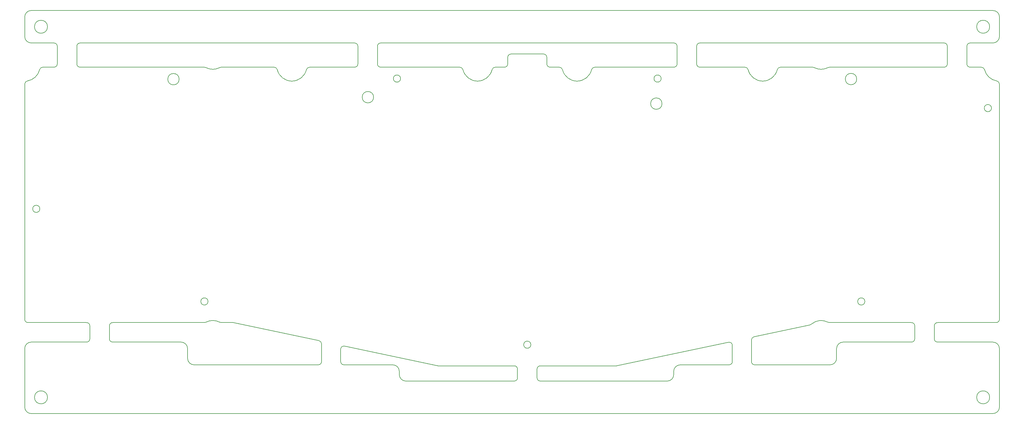
<source format=gbr>
%TF.GenerationSoftware,KiCad,Pcbnew,(6.0.10-0)*%
%TF.CreationDate,2023-02-13T03:51:17+09:00*%
%TF.ProjectId,Vision,56697369-6f6e-42e6-9b69-6361645f7063,rev?*%
%TF.SameCoordinates,Original*%
%TF.FileFunction,Profile,NP*%
%FSLAX46Y46*%
G04 Gerber Fmt 4.6, Leading zero omitted, Abs format (unit mm)*
G04 Created by KiCad (PCBNEW (6.0.10-0)) date 2023-02-13 03:51:17*
%MOMM*%
%LPD*%
G01*
G04 APERTURE LIST*
%TA.AperFunction,Profile*%
%ADD10C,0.200000*%
%TD*%
G04 APERTURE END LIST*
D10*
X190251949Y-86215637D02*
G75*
G03*
X189279812Y-85450000I-972149J-234363D01*
G01*
X230720189Y-85449990D02*
G75*
G03*
X229748041Y-86215634I11J-1000010D01*
G01*
X57715001Y-170040601D02*
G75*
G03*
X55715001Y-172040592I-1J-1999999D01*
G01*
X354957508Y-172040592D02*
G75*
G03*
X352957500Y-170040592I-2000008J-8D01*
G01*
X237437022Y-177340880D02*
X214000000Y-177340880D01*
X82715001Y-170040592D02*
X103715001Y-170040592D01*
X65715001Y-84450000D02*
X65715001Y-78999999D01*
X214000000Y-177340900D02*
G75*
G03*
X213000000Y-178340880I0J-1000000D01*
G01*
X164000001Y-84450000D02*
G75*
G03*
X165000000Y-85449999I999999J0D01*
G01*
X344957500Y-84450000D02*
G75*
G03*
X345957503Y-85450000I1000000J0D01*
G01*
X146054027Y-169603004D02*
X119987742Y-164062444D01*
X279618467Y-168397244D02*
G75*
G03*
X278826387Y-169375424I207933J-978156D01*
G01*
X230720189Y-85450000D02*
X255000000Y-85450000D01*
X256957500Y-177040600D02*
G75*
G03*
X254957500Y-179040592I0J-2000000D01*
G01*
X311139999Y-89095431D02*
G75*
G03*
X311139999Y-89095431I-1749999J0D01*
G01*
X302801243Y-85450020D02*
G75*
G03*
X302329653Y-85568182I-43J-999980D01*
G01*
X353957500Y-164040591D02*
X335957500Y-164040591D01*
X165000000Y-78000000D02*
G75*
G03*
X164000000Y-79000000I0J-1000000D01*
G01*
X81715008Y-169040591D02*
G75*
G03*
X82715001Y-170040592I999992J-9D01*
G01*
X200167874Y-85449975D02*
G75*
G03*
X199195726Y-86215634I26J-1000025D01*
G01*
X205000000Y-81400000D02*
G75*
G03*
X204000000Y-82400000I0J-1000000D01*
G01*
X278826408Y-176040592D02*
G75*
G03*
X279826386Y-177040592I999992J-8D01*
G01*
X277804276Y-86215634D02*
G75*
G03*
X286748042Y-86215634I4471883J1078084D01*
G01*
X298085357Y-85568163D02*
G75*
G03*
X297613758Y-85449999I-471557J-881837D01*
G01*
X107715000Y-177040593D02*
X145846115Y-177040592D01*
X256000000Y-79000000D02*
G75*
G03*
X255000000Y-78000000I-1000000J0D01*
G01*
X57715001Y-170040592D02*
X74715001Y-170040592D01*
X306957500Y-170040592D02*
X327957500Y-170040592D01*
X111984935Y-157540592D02*
G75*
G03*
X111984935Y-157540592I-1100000J0D01*
G01*
X55715001Y-76000000D02*
X55715001Y-70000000D01*
X302801243Y-85450000D02*
X337957501Y-85450000D01*
X351957503Y-73000000D02*
G75*
G03*
X351957503Y-73000000I-2000001J0D01*
G01*
X158000000Y-79000000D02*
G75*
G03*
X157000000Y-78000000I-1000000J0D01*
G01*
X152715008Y-176040592D02*
G75*
G03*
X153715000Y-177040592I999992J-8D01*
G01*
X256957500Y-177040592D02*
X271957500Y-177040592D01*
X278826386Y-169375424D02*
X278826386Y-176040592D01*
X62715001Y-73000000D02*
G75*
G03*
X62715001Y-73000000I-2000000J0D01*
G01*
X200167874Y-85450000D02*
X203000000Y-85450000D01*
X171100000Y-88950001D02*
G75*
G03*
X171100000Y-88950001I-1100000J0D01*
G01*
X57715001Y-68000001D02*
G75*
G03*
X55715001Y-70000000I-1J-1999999D01*
G01*
X354957500Y-172040592D02*
X354957500Y-190040592D01*
X170715008Y-179040592D02*
G75*
G03*
X168715000Y-177040592I-2000008J-8D01*
G01*
X71715000Y-84450000D02*
G75*
G03*
X72715001Y-85450000I1000000J0D01*
G01*
X152715000Y-172253734D02*
X152715000Y-176040592D01*
X115587144Y-163922427D02*
G75*
G03*
X116058743Y-164040592I471556J881827D01*
G01*
X277804250Y-86215640D02*
G75*
G03*
X276832127Y-85450000I-972150J-234360D01*
G01*
X105715000Y-172040592D02*
X105715000Y-175040592D01*
X214000000Y-182040592D02*
X252957500Y-182040592D01*
X354957498Y-90664755D02*
X354957500Y-163040591D01*
X328957509Y-165040591D02*
G75*
G03*
X327957500Y-164040591I-1000009J-9D01*
G01*
X207000000Y-181040592D02*
X207000000Y-178340880D01*
X255000000Y-85450000D02*
G75*
G03*
X256000000Y-84450000I0J1000000D01*
G01*
X254957500Y-180040592D02*
X254957500Y-179040592D01*
X304957501Y-175040592D02*
X304957500Y-172040592D01*
X252957500Y-182040600D02*
G75*
G03*
X254957500Y-180040592I0J2000000D01*
G01*
X287720189Y-85449991D02*
G75*
G03*
X286748042Y-86215634I11J-1000009D01*
G01*
X190251960Y-86215634D02*
G75*
G03*
X199195726Y-86215634I4471883J1078084D01*
G01*
X72715001Y-85450000D02*
X110871258Y-85450000D01*
X162820840Y-94681951D02*
G75*
G03*
X162820840Y-94681951I-1750000J0D01*
G01*
X146846054Y-170581152D02*
G75*
G03*
X146054027Y-169603003I-999954J52D01*
G01*
X334957500Y-165040591D02*
X334957500Y-169040592D01*
X256000000Y-84450000D02*
X256000000Y-79000000D01*
X306957500Y-170040600D02*
G75*
G03*
X304957500Y-172040592I0J-2000000D01*
G01*
X172715000Y-182040592D02*
X206000000Y-182040592D01*
X352507501Y-98037550D02*
G75*
G03*
X352507501Y-98037550I-1100000J0D01*
G01*
X353957500Y-164040600D02*
G75*
G03*
X354957500Y-163040591I0J1000000D01*
G01*
X313637200Y-157540591D02*
G75*
G03*
X313637200Y-157540591I-1100000J0D01*
G01*
X206000001Y-177340880D02*
X182562979Y-177340880D01*
X143167873Y-85450071D02*
G75*
G03*
X142195725Y-86215634I-73J-999929D01*
G01*
X216000000Y-84450000D02*
G75*
G03*
X217000000Y-85450000I1000000J0D01*
G01*
X110871258Y-164040592D02*
X82715001Y-164040592D01*
X298085348Y-85568181D02*
G75*
G03*
X302329653Y-85568181I2122153J3968182D01*
G01*
X157000000Y-78000000D02*
X72715001Y-78000000D01*
X271749589Y-170069860D02*
X237644934Y-177319028D01*
X56554287Y-89677754D02*
G75*
G03*
X60286883Y-86215633I-739287J4540204D01*
G01*
X352957500Y-192040600D02*
G75*
G03*
X354957500Y-190040592I0J2000000D01*
G01*
X111342847Y-85568182D02*
G75*
G03*
X115587153Y-85568182I2122153J3968182D01*
G01*
X216000000Y-82400001D02*
G75*
G03*
X215000000Y-81400000I-1000000J1D01*
G01*
X133251961Y-86215634D02*
G75*
G03*
X142195725Y-86215634I4471882J1078085D01*
G01*
X287720189Y-85450001D02*
X297613758Y-85450000D01*
X55715008Y-190040592D02*
G75*
G03*
X57715001Y-192040592I1999992J-8D01*
G01*
X345957503Y-85450000D02*
X349413469Y-85450000D01*
X146846115Y-176040592D02*
X146846115Y-170581152D01*
X61259033Y-85450000D02*
X64715001Y-85450000D01*
X337957501Y-85450001D02*
G75*
G03*
X338957501Y-84450000I-1J1000001D01*
G01*
X335957500Y-164040600D02*
G75*
G03*
X334957500Y-165040591I0J-1000000D01*
G01*
X143167873Y-85450000D02*
X157000000Y-85450000D01*
X110871258Y-164040573D02*
G75*
G03*
X111342848Y-163922410I42J999973D01*
G01*
X116058743Y-85450000D02*
X132279812Y-85450000D01*
X302957500Y-177040601D02*
G75*
G03*
X304957501Y-175040592I0J2000001D01*
G01*
X302329652Y-163922412D02*
G75*
G03*
X297223386Y-164522350I-2122152J-3968188D01*
G01*
X216000000Y-82400001D02*
X216000000Y-84450000D01*
X74715001Y-170040601D02*
G75*
G03*
X75715001Y-169040592I-1J1000001D01*
G01*
X55715001Y-190040592D02*
X55715001Y-172040592D01*
X56554294Y-89677799D02*
G75*
G03*
X55715001Y-90664755I160706J-987001D01*
G01*
X57715001Y-68000000D02*
X352957501Y-68000000D01*
X251100000Y-88950000D02*
G75*
G03*
X251100000Y-88950000I-1100000J0D01*
G01*
X72715001Y-78000001D02*
G75*
G03*
X71715001Y-79000000I-1J-999999D01*
G01*
X74715001Y-164040592D02*
X56715001Y-164040592D01*
X263000000Y-85450000D02*
X276832127Y-85450000D01*
X81715001Y-165040592D02*
X81715001Y-169040591D01*
X71715001Y-79000000D02*
X71715001Y-84450000D01*
X352957501Y-78000001D02*
G75*
G03*
X354957501Y-75999999I-1J2000001D01*
G01*
X103130002Y-89140593D02*
G75*
G03*
X103130002Y-89140593I-1750000J0D01*
G01*
X237437022Y-177340885D02*
G75*
G03*
X237644934Y-177319028I-22J999985D01*
G01*
X170715000Y-179040592D02*
X170715000Y-180040592D01*
X302329644Y-163922427D02*
G75*
G03*
X302801243Y-164040592I471556J881827D01*
G01*
X170715008Y-180040592D02*
G75*
G03*
X172715000Y-182040592I1999992J-8D01*
G01*
X55715001Y-163040592D02*
X55715001Y-90664755D01*
X133251949Y-86215637D02*
G75*
G03*
X132279812Y-85450000I-972149J-234363D01*
G01*
X220804324Y-86215622D02*
G75*
G03*
X219832127Y-85450000I-972224J-234478D01*
G01*
X111342841Y-85568195D02*
G75*
G03*
X110871258Y-85449999I-471541J-881505D01*
G01*
X205000000Y-81400000D02*
X215000000Y-81400000D01*
X164000000Y-79000000D02*
X164000000Y-84450000D01*
X337957501Y-78000000D02*
X263000000Y-78000000D01*
X115587153Y-163922410D02*
G75*
G03*
X111342847Y-163922410I-2122153J-3968184D01*
G01*
X338957501Y-84450000D02*
X338957501Y-79000000D01*
X352957500Y-192040592D02*
X57715001Y-192040592D01*
X64715001Y-78000000D02*
X57715001Y-78000000D01*
X119779831Y-164040592D02*
X116058743Y-164040592D01*
X153715000Y-177040592D02*
X168715000Y-177040592D01*
X271957500Y-177040600D02*
G75*
G03*
X272957500Y-176040592I0J1000000D01*
G01*
X251369161Y-96661951D02*
G75*
G03*
X251369161Y-96661951I-1750000J0D01*
G01*
X296768163Y-164752009D02*
G75*
G03*
X297223386Y-164522349I-207963J978209D01*
G01*
X55715008Y-163040592D02*
G75*
G03*
X56715001Y-164040592I999992J-8D01*
G01*
X335957500Y-170040592D02*
X352957500Y-170040592D01*
X213000000Y-178340880D02*
X213000000Y-181040593D01*
X354957530Y-90664755D02*
G75*
G03*
X354118214Y-89677754I-999930J55D01*
G01*
X55715000Y-76000000D02*
G75*
G03*
X57715001Y-78000000I2000000J0D01*
G01*
X64715001Y-85450001D02*
G75*
G03*
X65715001Y-84450000I-1J1000001D01*
G01*
X75715008Y-165040592D02*
G75*
G03*
X74715001Y-164040592I-1000008J-8D01*
G01*
X262000000Y-84450000D02*
G75*
G03*
X263000000Y-85450000I1000000J0D01*
G01*
X272957500Y-176040592D02*
X272957500Y-171048007D01*
X350385654Y-86215625D02*
G75*
G03*
X354118215Y-89677755I4471846J1078025D01*
G01*
X350385648Y-86215627D02*
G75*
G03*
X349413469Y-85449999I-972148J-234373D01*
G01*
X182355067Y-177319029D02*
G75*
G03*
X182562979Y-177340880I207933J978429D01*
G01*
X328957500Y-169040592D02*
X328957500Y-165040591D01*
X75715001Y-169040592D02*
X75715001Y-165040592D01*
X211100000Y-170840880D02*
G75*
G03*
X211100000Y-170840880I-1100000J0D01*
G01*
X158000000Y-84450000D02*
X158000000Y-79000000D01*
X272957494Y-171048007D02*
G75*
G03*
X271749588Y-170069859I-999994J7D01*
G01*
X217000000Y-85450000D02*
X219832127Y-85450000D01*
X105715007Y-172040592D02*
G75*
G03*
X103715001Y-170040593I-2000007J-8D01*
G01*
X157000000Y-85450000D02*
G75*
G03*
X158000000Y-84450000I0J1000000D01*
G01*
X65715000Y-78999999D02*
G75*
G03*
X64715001Y-78000000I-1000000J-1D01*
G01*
X296768161Y-164751998D02*
X279618474Y-168397277D01*
X327957500Y-170040600D02*
G75*
G03*
X328957500Y-169040592I0J1000000D01*
G01*
X145846115Y-177040615D02*
G75*
G03*
X146846115Y-176040592I-15J1000015D01*
G01*
X62715001Y-187040592D02*
G75*
G03*
X62715001Y-187040592I-2000000J0D01*
G01*
X354957500Y-70000000D02*
G75*
G03*
X352957501Y-68000000I-2000000J0D01*
G01*
X60365006Y-129037549D02*
G75*
G03*
X60365006Y-129037549I-1100002J0D01*
G01*
X119987743Y-164062438D02*
G75*
G03*
X119779829Y-164040592I-207943J-978762D01*
G01*
X182355067Y-177319027D02*
X153922912Y-171275587D01*
X203000000Y-85450000D02*
G75*
G03*
X204000000Y-84450000I0J1000000D01*
G01*
X116058743Y-85450009D02*
G75*
G03*
X115587153Y-85568183I57J-1000291D01*
G01*
X213000008Y-181040593D02*
G75*
G03*
X214000000Y-182040592I999992J-7D01*
G01*
X82715001Y-164040601D02*
G75*
G03*
X81715001Y-165040592I-1J-999999D01*
G01*
X165000000Y-85449999D02*
X189279812Y-85450000D01*
X153922919Y-171275554D02*
G75*
G03*
X152715000Y-172253734I-207919J-978146D01*
G01*
X344957501Y-79000000D02*
X344957501Y-84450000D01*
X345957501Y-78000001D02*
G75*
G03*
X344957501Y-79000000I-1J-999999D01*
G01*
X220804275Y-86215634D02*
G75*
G03*
X229748041Y-86215634I4471883J1078083D01*
G01*
X206000000Y-182040600D02*
G75*
G03*
X207000000Y-181040592I0J1000000D01*
G01*
X263000000Y-78000000D02*
G75*
G03*
X262000000Y-79000000I0J-1000000D01*
G01*
X105715007Y-175040592D02*
G75*
G03*
X107715000Y-177040593I1999993J-8D01*
G01*
X207000020Y-178340880D02*
G75*
G03*
X206000001Y-177340880I-1000020J-20D01*
G01*
X338957500Y-79000000D02*
G75*
G03*
X337957501Y-78000000I-1000000J0D01*
G01*
X61259033Y-85450033D02*
G75*
G03*
X60286885Y-86215634I-33J-999967D01*
G01*
X262000000Y-79000000D02*
X262000000Y-84450000D01*
X352957501Y-78000000D02*
X345957501Y-78000000D01*
X354957501Y-70000000D02*
X354957501Y-75999999D01*
X351957499Y-187040592D02*
G75*
G03*
X351957499Y-187040592I-1999999J0D01*
G01*
X255000000Y-78000000D02*
X165000000Y-78000000D01*
X327957500Y-164040591D02*
X302801243Y-164040591D01*
X279826386Y-177040592D02*
X302957500Y-177040592D01*
X334957508Y-169040592D02*
G75*
G03*
X335957500Y-170040592I999992J-8D01*
G01*
X204000000Y-84450000D02*
X204000000Y-82400000D01*
M02*

</source>
